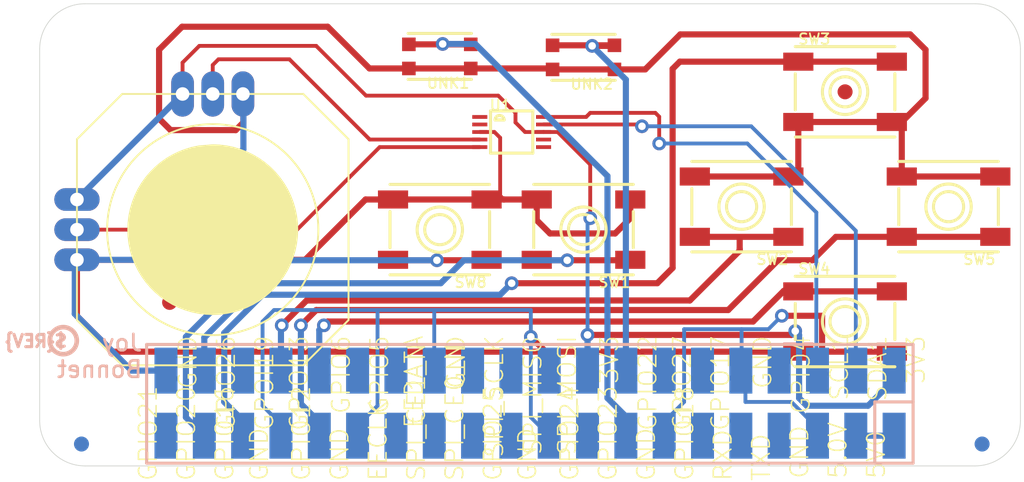
<source format=kicad_pcb>
(kicad_pcb (version 20221018) (generator pcbnew)
  (layers (0 "F.Cu" signal) (31 "B.Cu" signal) (34 "B.Paste" user) (35 "F.Paste" user) (36 "B.SilkS" user "B.Silkscreen") (37 "F.SilkS" user "F.Silkscreen") (38 "B.Mask" user) (39 "F.Mask" user) (44 "Edge.Cuts" user))
  (net 0 "")
  (net 1 "SDA")
  (net 2 "SCL")
  (net 3 "GPIO4")
  (net 4 "GPIO17")
  (net 5 "GPIO27")
  (net 6 "SPI_MOSI")
  (net 7 "SPI_MISO")
  (net 8 "SPI_SCLK")
  (net 9 "GPIO5")
  (net 10 "3.3V")
  (net 11 "GND")
  (net 12 "TXD")
  (net 13 "RXD")
  (net 14 "GPIO24")
  (net 15 "GPIO25")
  (net 16 "SPI_CE0")
  (net 17 "SPI_CE1")
  (net 18 "EECLK")
  (net 19 "EEDATA")
  (net 20 "+5V")
  (net 21 "BCLK")
  (net 22 "LRCLK")
  (net 23 "DIN")
  (net 24 "JOYVERT")
  (net 25 "A")
  (net 26 "Y")
  (net 27 "X")
  (net 28 "B")
  (net 29 "SELECT")
  (net 30 "START")
  (net 31 "PLAYER1")
  (net 32 "PLAYER2")
  (net 33 "JOYHORIZ")
  (footprint "working:MSOP10" (layer "F.Cu") (at 147.2826 98.1824 -90)
    (fp_text reference "U1" (at -1.778 1.524) (layer "F.SilkS") (effects (font (size 0.692831 0.692831) (thickness 0.119969)) (justify left)))
    (fp_text value "ADS1015")
    (fp_line (start -1.4 -1.4) (end 1.4 -1.4) (stroke (width 0.2032)) (layer "F.SilkS"))
    (fp_line (start -1.4 1.4) (end -1.4 -1.4) (stroke (width 0.2032)) (layer "F.SilkS"))
    (fp_line (start -0.8 0.5) (end -0.8 1.1) (stroke (width 0.2032)) (layer "F.SilkS"))
    (fp_line (start 1.4 -1.4) (end 1.4 1.4) (stroke (width 0.2032)) (layer "F.SilkS"))
    (fp_line (start 1.4 1.4) (end -1.4 1.4) (stroke (width 0.2032)) (layer "F.SilkS"))
    (fp_arc (start -0.8 1.1) (mid -1.1 0.8) (end -0.8 0.5) (stroke (width 0.2032)) (layer "F.SilkS"))
    (pad "1" smd rect (at -1 2.1131 270) (size 0.25 1) (layers "F.Cu" "F.Paste" "F.Mask"))
    (pad "2" smd rect (at -0.5 2.1131 270) (size 0.25 1) (layers "F.Cu" "F.Paste" "F.Mask"))
    (pad "3" smd rect (at 0 2.1131 270) (size 0.25 1) (layers "F.Cu" "F.Paste" "F.Mask") (net 11 "GND"))
    (pad "4" smd rect (at 0.5 2.1131 270) (size 0.25 1) (layers "F.Cu" "F.Paste" "F.Mask") (net 33 "JOYHORIZ"))
    (pad "5" smd rect (at 1 2.1131 270) (size 0.25 1) (layers "F.Cu" "F.Paste" "F.Mask") (net 24 "JOYVERT"))
    (pad "6" smd rect (at 1 -2.1131 90) (size 0.25 1) (layers "F.Cu" "F.Paste" "F.Mask"))
    (pad "7" smd rect (at 0.5 -2.1131 90) (size 0.25 1) (layers "F.Cu" "F.Paste" "F.Mask"))
    (pad "8" smd rect (at 0 -2.1131 90) (size 0.25 1) (layers "F.Cu" "F.Paste" "F.Mask") (net 10 "3.3V"))
    (pad "9" smd rect (at -0.5 -2.1131 90) (size 0.25 1) (layers "F.Cu" "F.Paste" "F.Mask") (net 1 "SDA"))
    (pad "10" smd rect (at -1 -2.1131 90) (size 0.25 1) (layers "F.Cu" "F.Paste" "F.Mask") (net 2 "SCL"))
  )
  (footprint "working:FIDUCIAL_1MM" (layer "F.Cu") (at 124.6131 109.4854)
    (fp_text reference "FID3" hide)
    (fp_text value "FIDUCIAL_1MM" hide)
    (pad "1" smd roundrect (at 0 0) (size 1 1) (layers "F.Cu" "F.Mask") (roundrect_rratio 0.5))
  )
  (footprint "working:EVQ-Q2_SMALLER" (layer "F.Cu") (at 152.0451 104.6594 180)
    (fp_text reference "SW1" (at -3.175 -3.5) (layer "F.SilkS") (effects (font (size 0.692831 0.692831) (thickness 0.119969)) (justify right)))
    (fp_text value "EVQQ")
    (fp_line (start -3.3 -3) (end 3.3 -3) (stroke (width 0.2032)) (layer "F.SilkS"))
    (fp_line (start -3.3 1.2) (end -3.3 -1.2) (stroke (width 0.2032)) (layer "F.SilkS"))
    (fp_line (start 3.3 -1.2) (end 3.3 1.2) (stroke (width 0.2032)) (layer "F.SilkS"))
    (fp_line (start 3.3 3) (end -3.3 3) (stroke (width 0.2032)) (layer "F.SilkS"))
    (fp_circle (center 0 0) (end 1 0) (stroke (width 0.2032)) (fill none) (layer "F.SilkS"))
    (fp_circle (center 0 0) (end 1.5033 0) (stroke (width 0.2032)) (fill none) (layer "F.SilkS"))
    (pad "A" smd rect (at -3.1 2 180) (size 2 1.2) (layers "F.Cu" "F.Paste" "F.Mask") (net 11 "GND"))
    (pad "A'" smd rect (at 3.1 2 180) (size 2 1.2) (layers "F.Cu" "F.Paste" "F.Mask") (net 11 "GND"))
    (pad "B" smd rect (at -3.1 -2 180) (size 2 1.2) (layers "F.Cu" "F.Paste" "F.Mask") (net 30 "START"))
    (pad "B'" smd rect (at 3.1 -2 180) (size 2 1.2) (layers "F.Cu" "F.Paste" "F.Mask") (net 30 "START"))
  )
  (footprint "working:EVQ-Q2_SMALLER" (layer "F.Cu") (at 142.5201 104.6594 180)
    (fp_text reference "SW8" (at -3.175 -3.5) (layer "F.SilkS") (effects (font (size 0.692831 0.692831) (thickness 0.119969)) (justify right)))
    (fp_text value "EVQQ")
    (fp_line (start -3.3 -3) (end 3.3 -3) (stroke (width 0.2032)) (layer "F.SilkS"))
    (fp_line (start -3.3 1.2) (end -3.3 -1.2) (stroke (width 0.2032)) (layer "F.SilkS"))
    (fp_line (start 3.3 -1.2) (end 3.3 1.2) (stroke (width 0.2032)) (layer "F.SilkS"))
    (fp_line (start 3.3 3) (end -3.3 3) (stroke (width 0.2032)) (layer "F.SilkS"))
    (fp_circle (center 0 0) (end 1 0) (stroke (width 0.2032)) (fill none) (layer "F.SilkS"))
    (fp_circle (center 0 0) (end 1.5033 0) (stroke (width 0.2032)) (fill none) (layer "F.SilkS"))
    (pad "A" smd rect (at -3.1 2 180) (size 2 1.2) (layers "F.Cu" "F.Paste" "F.Mask") (net 11 "GND"))
    (pad "A'" smd rect (at 3.1 2 180) (size 2 1.2) (layers "F.Cu" "F.Paste" "F.Mask") (net 11 "GND"))
    (pad "B" smd rect (at -3.1 -2 180) (size 2 1.2) (layers "F.Cu" "F.Paste" "F.Mask") (net 29 "SELECT"))
    (pad "B'" smd rect (at 3.1 -2 180) (size 2 1.2) (layers "F.Cu" "F.Paste" "F.Mask") (net 29 "SELECT"))
  )
  (footprint "working:EVQ-Q2_SMALLER" (layer "F.Cu") (at 176.2386 103.1354 180)
    (fp_text reference "SW5" (at -3.175 -3.5) (layer "F.SilkS") (effects (font (size 0.692831 0.692831) (thickness 0.119969)) (justify right)))
    (fp_text value "EVQQ")
    (fp_line (start -3.3 -3) (end 3.3 -3) (stroke (width 0.2032)) (layer "F.SilkS"))
    (fp_line (start -3.3 1.2) (end -3.3 -1.2) (stroke (width 0.2032)) (layer "F.SilkS"))
    (fp_line (start 3.3 -1.2) (end 3.3 1.2) (stroke (width 0.2032)) (layer "F.SilkS"))
    (fp_line (start 3.3 3) (end -3.3 3) (stroke (width 0.2032)) (layer "F.SilkS"))
    (fp_circle (center 0 0) (end 1 0) (stroke (width 0.2032)) (fill none) (layer "F.SilkS"))
    (fp_circle (center 0 0) (end 1.5033 0) (stroke (width 0.2032)) (fill none) (layer "F.SilkS"))
    (pad "A" smd rect (at -3.1 2 180) (size 2 1.2) (layers "F.Cu" "F.Paste" "F.Mask") (net 11 "GND"))
    (pad "A'" smd rect (at 3.1 2 180) (size 2 1.2) (layers "F.Cu" "F.Paste" "F.Mask") (net 11 "GND"))
    (pad "B" smd rect (at -3.1 -2 180) (size 2 1.2) (layers "F.Cu" "F.Paste" "F.Mask") (net 25 "A"))
    (pad "B'" smd rect (at 3.1 -2 180) (size 2 1.2) (layers "F.Cu" "F.Paste" "F.Mask") (net 25 "A"))
  )
  (footprint "working:PI_BONNET_SMT" (layer "F.Cu") (at 181.0011 89.6734 180)
    (fp_text reference "RPI1" hide)
    (fp_text value "RASPBERRYPI_BPLUS_BONNETSMT" hide)
    (fp_text user "SPI_CE1_N" (at 39.3576 -31.7378 270) (layer "F.SilkS") (effects (font (size 1.1684 1.1684) (thickness 0.1016)) (justify left bottom)))
    (fp_text user "EEDATA" (at 40.8816 -21.9334 270) (layer "F.SilkS") (effects (font (size 1.1684 1.1684) (thickness 0.1016)) (justify right top)))
    (fp_text user "GND" (at 49.7716 -31.7378 270) (layer "F.SilkS") (effects (font (size 1.1684 1.1684) (thickness 0.1016)) (justify left bottom)))
    (fp_text user "GPIO25" (at 34.2776 -31.7378 270) (layer "F.SilkS") (effects (font (size 1.1684 1.1684) (thickness 0.1016)) (justify left bottom)))
    (fp_text user "GND" (at 55.8676 -21.9334 270) (layer "F.SilkS") (effects (font (size 1.1684 1.1684) (thickness 0.1016)) (justify right top)))
    (fp_text user "GPIO17" (at 20.5616 -21.9334 270) (layer "F.SilkS") (effects (font (size 1.1684 1.1684) (thickness 0.1016)) (justify right top)))
    (fp_text user "SPI_MOSI" (at 30.7216 -21.9334 270) (layer "F.SilkS") (effects (font (size 1.1684 1.1684) (thickness 0.1016)) (justify right top)))
    (fp_text user "GPIO23" (at 26.6576 -31.7378 270) (layer "F.SilkS") (effects (font (size 1.1684 1.1684) (thickness 0.1016)) (justify left bottom)))
    (fp_text user "3V3" (at 27.9276 -21.9334 270) (layer "F.SilkS") (effects (font (size 1.1684 1.1684) (thickness 0.1016)) (justify right top)))
    (fp_text user "SCL1" (at 12.6876 -21.9334 270) (layer "F.SilkS") (effects (font (size 1.1684 1.1684) (thickness 0.1016)) (justify right top)))
    (fp_text user "GND" (at 44.4376 -31.7378 270) (layer "F.SilkS") (effects (font (size 1.1684 1.1684) (thickness 0.1016)) (justify left bottom)))
    (fp_text user "GPIO26" (at 53.3276 -21.9334 270) (layer "F.SilkS") (effects (font (size 1.1684 1.1684) (thickness 0.1016)) (justify right top)))
    (fp_text user "GND" (at 13.9576 -31.5854 270) (layer "F.SilkS") (effects (font (size 1.1684 1.1684) (thickness 0.1016)) (justify left bottom)))
    (fp_text user "GPIO21" (at 57.1376 -31.7378 270) (layer "F.SilkS") (effects (font (size 1.1684 1.1684) (thickness 0.1016)) (justify left bottom)))
    (fp_text user "GPIO13" (at 48.5016 -21.9334 270) (layer "F.SilkS") (effects (font (size 1.1684 1.1684) (thickness 0.1016)) (justify right top)))
    (fp_text user "3V3" (at 7.6076 -21.9334 270) (layer "F.SilkS") (effects (font (size 1.1684 1.1684) (thickness 0.1016)) (justify right top)))
    (fp_text user "GPIO4" (at 15.2276 -21.9334 270) (layer "F.SilkS") (effects (font (size 1.1684 1.1684) (thickness 0.1016)) (justify right top)))
    (fp_text user "GPIO12" (at 46.9776 -31.7378 270) (layer "F.SilkS") (effects (font (size 1.1684 1.1684) (thickness 0.1016)) (justify left bottom)))
    (fp_text user "GPIO20" (at 54.5976 -31.7378 270) (layer "F.SilkS") (effects (font (size 1.1684 1.1684) (thickness 0.1016)) (justify left bottom)))
    (fp_text user "EECLK" (at 41.8976 -31.7378 270) (layer "F.SilkS") (effects (font (size 1.1684 1.1684) (thickness 0.1016)) (justify left bottom)))
    (fp_text user "GPIO27" (at 23.1016 -21.9334 270) (layer "F.SilkS") (effects (font (size 1.1684 1.1684) (thickness 0.1016)) (justify right top)))
    (fp_text user "GPOI19" (at 50.7876 -21.9334 270) (layer "F.SilkS") (effects (font (size 1.1684 1.1684) (thickness 0.1016)) (justify right top)))
    (fp_text user "SPI_CE0_N" (at 36.8176 -31.7378 270) (layer "F.SilkS") (effects (font (size 1.1684 1.1684) (thickness 0.1016)) (justify left bottom)))
    (fp_text user "TXD" (at 16.4976 -31.7378 270) (layer "F.SilkS") (effects (font (size 1.1684 1.1684) (thickness 0.1016)) (justify left bottom)))
    (fp_text user "GPIO5" (at 43.1676 -21.9334 270) (layer "F.SilkS") (effects (font (size 1.1684 1.1684) (thickness 0.1016)) (justify right top)))
    (fp_text user "GND" (at 24.1176 -31.7378 270) (layer "F.SilkS") (effects (font (size 1.1684 1.1684) (thickness 0.1016)) (justify left bottom)))
    (fp_text user "5V0" (at 8.8776 -31.5854 270) (layer "F.SilkS") (effects (font (size 1.1684 1.1684) (thickness 0.1016)) (justify left bottom)))
    (fp_text user "GND" (at 31.9916 -31.7378 270) (layer "F.SilkS") (effects (font (size 1.1684 1.1684) (thickness 0.1016)) (justify left bottom)))
    (fp_text user "GND" (at 17.7676 -21.9334 270) (layer "F.SilkS") (effects (font (size 1.1684 1.1684) (thickness 0.1016)) (justify right top)))
    (fp_text user "GPIO16" (at 52.0576 -31.7378 270) (layer "F.SilkS") (effects (font (size 1.1684 1.1684) (thickness 0.1016)) (justify left bottom)))
    (fp_text user "GPIO24" (at 29.1976 -31.7378 270) (layer "F.SilkS") (effects (font (size 1.1684 1.1684) (thickness 0.1016)) (justify left bottom)))
    (fp_text user "SDA1" (at 10.1476 -21.9334 270) (layer "F.SilkS") (effects (font (size 1.1684 1.1684) (thickness 0.1016)) (justify right top)))
    (fp_text user "GPIO22" (at 25.3876 -21.9334 270) (layer "F.SilkS") (effects (font (size 1.1684 1.1684) (thickness 0.1016)) (justify right top)))
    (fp_text user "GPIO6" (at 45.7076 -21.9334 270) (layer "F.SilkS") (effects (font (size 1.1684 1.1684) (thickness 0.1016)) (justify right top)))
    (fp_text user "SPI_SCLK" (at 35.5476 -21.9334 270) (layer "F.SilkS") (effects (font (size 1.1684 1.1684) (thickness 0.1016)) (justify right top)))
    (fp_text user "RXD" (at 19.0376 -31.7378 270) (layer "F.SilkS") (effects (font (size 1.1684 1.1684) (thickness 0.1016)) (justify left bottom)))
    (fp_text user "SPI_MISO" (at 33.0076 -21.9334 270) (layer "F.SilkS") (effects (font (size 1.1684 1.1684) (thickness 0.1016)) (justify right top)))
    (fp_text user "5.0V" (at 11.4176 -31.5854 270) (layer "F.SilkS") (effects (font (size 1.1684 1.1684) (thickness 0.1016)) (justify left bottom)))
    (fp_text user "GND" (at 38.0876 -21.9334 270) (layer "F.SilkS") (effects (font (size 1.1684 1.1684) (thickness 0.1016)) (justify right top)))
    (fp_text user "GPIO18" (at 21.5776 -31.7378 270) (layer "F.SilkS") (effects (font (size 1.1684 1.1684) (thickness 0.1016)) (justify left bottom)))
    (fp_line (start 7.112 -30.48) (end 7.112 -26.416) (stroke (width 0.2032)) (layer "B.SilkS"))
    (fp_line (start 7.112 -26.416) (end 7.112 -22.606) (stroke (width 0.2032)) (layer "B.SilkS"))
    (fp_line (start 7.112 -26.416) (end 9.652 -26.416) (stroke (width 0.2032)) (layer "B.SilkS"))
    (fp_line (start 7.112 -22.606) (end 57.912 -22.606) (stroke (width 0.2032)) (layer "B.SilkS"))
    (fp_line (start 9.652 -30.48) (end 7.112 -30.48) (stroke (width 0.2032)) (layer "B.SilkS"))
    (fp_line (start 9.652 -26.416) (end 9.652 -30.48) (stroke (width 0.2032)) (layer "B.SilkS"))
    (fp_line (start 57.912 -30.48) (end 9.652 -30.48) (stroke (width 0.2032)) (layer "B.SilkS"))
    (fp_line (start 57.912 -22.606) (end 57.912 -30.48) (stroke (width 0.2032)) (layer "B.SilkS"))
    (fp_line (start 0 -27.6604) (end 0 -3) (stroke (width 0.05)) (layer "Edge.Cuts"))
    (fp_line (start 3 0) (end 62 0) (stroke (width 0.05)) (layer "Edge.Cuts"))
    (fp_line (start 62 -30.6604) (end 3 -30.6604) (stroke (width 0.05)) (layer "Edge.Cuts"))
    (fp_line (start 65 -3) (end 65 -27.6604) (stroke (width 0.05)) (layer "Edge.Cuts"))
    (fp_arc (start 0 -27.6604) (mid 0.87868 -29.78172) (end 3 -30.6604) (stroke (width 0.05)) (layer "Edge.Cuts"))
    (fp_arc (start 3 0) (mid 0.87868 -0.87868) (end 0 -3) (stroke (width 0.05)) (layer "Edge.Cuts"))
    (fp_arc (start 62 -30.6604) (mid 64.12132 -29.78172) (end 65 -27.6604) (stroke (width 0.05)) (layer "Edge.Cuts"))
    (fp_arc (start 65 -3) (mid 64.12132 -0.87868) (end 62 0) (stroke (width 0.05)) (layer "Edge.Cuts"))
    (pad "" np_thru_hole circle (at 3.5 -26.5 180) (size 2.8 2.8) (drill 2.8) (layers "*.Cu" "*.Mask"))
    (pad "" np_thru_hole circle (at 3.5 -3.5 180) (size 2.8 2.8) (drill 2.8) (layers "*.Cu" "*.Mask"))
    (pad "" np_thru_hole circle (at 61.5 -26.5 180) (size 2.8 2.8) (drill 2.8) (layers "*.Cu" "*.Mask"))
    (pad "" np_thru_hole circle (at 61.5 -3.5 180) (size 2.8 2.8) (drill 2.8) (layers "*.Cu" "*.Mask"))
    (pad "1" smd rect (at 8.3696 -24.3394 90) (size 3.048 1.524) (layers "B.Cu" "B.Paste" "B.Mask") (net 10 "3.3V"))
    (pad "2" smd rect (at 8.3696 -28.6574 90) (size 3.048 1.524) (layers "B.Cu" "B.Paste" "B.Mask") (net 20 "+5V"))
    (pad "3" smd rect (at 10.9096 -24.3394 270) (size 3.048 1.524) (layers "B.Cu" "B.Paste" "B.Mask") (net 1 "SDA"))
    (pad "4" smd rect (at 10.9096 -28.6574 90) (size 3.048 1.524) (layers "B.Cu" "B.Paste" "B.Mask") (net 20 "+5V"))
    (pad "5" smd rect (at 13.4496 -24.3394 270) (size 3.048 1.524) (layers "B.Cu" "B.Paste" "B.Mask") (net 2 "SCL"))
    (pad "6" smd rect (at 13.4496 -28.6574 90) (size 3.048 1.524) (layers "B.Cu" "B.Paste" "B.Mask") (net 11 "GND"))
    (pad "7" smd rect (at 15.9896 -24.3394 270) (size 3.048 1.524) (layers "B.Cu" "B.Paste" "B.Mask") (net 3 "GPIO4"))
    (pad "8" smd rect (at 15.9896 -28.6574 90) (size 3.048 1.524) (layers "B.Cu" "B.Paste" "B.Mask") (net 12 "TXD"))
    (pad "9" smd rect (at 18.5296 -24.3394 270) (size 3.048 1.524) (layers "B.Cu" "B.Paste" "B.Mask") (net 11 "GND"))
    (pad "10" smd rect (at 18.5296 -28.6574 90) (size 3.048 1.524) (layers "B.Cu" "B.Paste" "B.Mask") (net 13 "RXD"))
    (pad "11" smd rect (at 21.0696 -24.3394 270) (size 3.048 1.524) (layers "B.Cu" "B.Paste" "B.Mask") (net 4 "GPIO17"))
    (pad "12" smd rect (at 21.0696 -28.6574 90) (size 3.048 1.524) (layers "B.Cu" "B.Paste" "B.Mask") (net 21 "BCLK"))
    (pad "13" smd rect (at 23.6096 -24.3394 270) (size 3.048 1.524) (layers "B.Cu" "B.Paste" "B.Mask") (net 5 "GPIO27"))
    (pad "14" smd rect (at 23.6096 -28.6574 90) (size 3.048 1.524) (layers "B.Cu" "B.Paste" "B.Mask") (net 11 "GND"))
    (pad "15" smd rect (at 26.1496 -24.3394 270) (size 3.048 1.524) (layers "B.Cu" "B.Paste" "B.Mask") (net 31 "PLAYER1"))
    (pad "16" smd rect (at 26.1496 -28.6574 90) (size 3.048 1.524) (layers "B.Cu" "B.Paste" "B.Mask") (net 32 "PLAYER2"))
    (pad "17" smd rect (at 28.6896 -24.3394 270) (size 3.048 1.524) (layers "B.Cu" "B.Paste" "B.Mask") (net 10 "3.3V"))
    (pad "18" smd rect (at 28.6896 -28.6574 90) (size 3.048 1.524) (layers "B.Cu" "B.Paste" "B.Mask") (net 14 "GPIO24"))
    (pad "19" smd rect (at 31.2296 -24.3394 270) (size 3.048 1.524) (layers "B.Cu" "B.Paste" "B.Mask") (net 6 "SPI_MOSI"))
    (pad "20" smd rect (at 31.2296 -28.6574 90) (size 3.048 1.524) (layers "B.Cu" "B.Paste" "B.Mask") (net 11 "GND"))
    (pad "21" smd rect (at 33.7696 -24.3394 270) (size 3.048 1.524) (layers "B.Cu" "B.Paste" "B.Mask") (net 7 "SPI_MISO"))
    (pad "22" smd rect (at 33.7696 -28.6574 90) (size 3.048 1.524) (layers "B.Cu" "B.Paste" "B.Mask") (net 15 "GPIO25"))
    (pad "23" smd rect (at 36.3096 -24.3394 270) (size 3.048 1.524) (layers "B.Cu" "B.Paste" "B.Mask") (net 8 "SPI_SCLK"))
    (pad "24" smd rect (at 36.3096 -28.6574 90) (size 3.048 1.524) (layers "B.Cu" "B.Paste" "B.Mask") (net 16 "SPI_CE0"))
    (pad "25" smd rect (at 38.8496 -24.3394 270) (size 3.048 1.524) (layers "B.Cu" "B.Paste" "B.Mask") (net 11 "GND"))
    (pad "26" smd rect (at 38.8496 -28.6574 90) (size 3.048 1.524) (layers "B.Cu" "B.Paste" "B.Mask") (net 17 "SPI_CE1"))
    (pad "27" smd rect (at 41.3896 -24.3394 270) (size 3.048 1.524) (layers "B.Cu" "B.Paste" "B.Mask") (net 19 "EEDATA"))
    (pad "28" smd rect (at 41.3896 -28.6574 90) (size 3.048 1.524) (layers "B.Cu" "B.Paste" "B.Mask") (net 18 "EECLK"))
    (pad "29" smd rect (at 43.9296 -24.3394 270) (size 3.048 1.524) (layers "B.Cu" "B.Paste" "B.Mask") (net 9 "GPIO5"))
    (pad "30" smd rect (at 43.9296 -28.6574 90) (size 3.048 1.524) (layers "B.Cu" "B.Paste" "B.Mask") (net 11 "GND"))
    (pad "31" smd rect (at 46.4696 -24.3394 270) (size 3.048 1.524) (layers "B.Cu" "B.Paste" "B.Mask") (net 28 "B"))
    (pad "32" smd rect (at 46.4696 -28.6574 90) (size 3.048 1.524) (layers "B.Cu" "B.Paste" "B.Mask") (net 25 "A"))
    (pad "33" smd rect (at 49.0096 -24.3394 270) (size 3.048 1.524) (layers "B.Cu" "B.Paste" "B.Mask") (net 26 "Y"))
    (pad "34" smd rect (at 49.0096 -28.6574 90) (size 3.048 1.524) (layers "B.Cu" "B.Paste" "B.Mask") (net 11 "GND"))
    (pad "35" smd rect (at 51.5496 -24.3394 270) (size 3.048 1.524) (layers "B.Cu" "B.Paste" "B.Mask") (net 22 "LRCLK"))
    (pad "36" smd rect (at 51.5496 -28.6574 90) (size 3.048 1.524) (layers "B.Cu" "B.Paste" "B.Mask") (net 27 "X"))
    (pad "37" smd rect (at 54.0896 -24.3394 270) (size 3.048 1.524) (layers "B.Cu" "B.Paste" "B.Mask") (net 30 "START"))
    (pad "38" smd rect (at 54.0896 -28.6574 90) (size 3.048 1.524) (layers "B.Cu" "B.Paste" "B.Mask") (net 29 "SELECT"))
    (pad "39" smd rect (at 56.6296 -24.3394 270) (size 3.048 1.524) (layers "B.Cu" "B.Paste" "B.Mask") (net 11 "GND"))
    (pad "40" smd rect (at 56.6296 -28.6574 90) (size 3.048 1.524) (layers "B.Cu" "B.Paste" "B.Mask") (net 23 "DIN"))
    (pad "41" smd roundrect (at 2.54 -29.21) (size 1 1) (layers "B.Cu" "B.Mask") (roundrect_rratio 0.5))
    (pad "42" smd roundrect (at 62.23 -29.21) (size 1 1) (layers "B.Cu" "B.Mask") (roundrect_rratio 0.5))
  )
  (footprint "working:EVQ-Q2_SMALLER" (layer "F.Cu") (at 169.3806 95.5154)
    (fp_text reference "SW3" (at -3.175 -3.5) (layer "F.SilkS") (effects (font (size 0.692831 0.692831) (thickness 0.119969)) (justify left)))
    (fp_text value "EVQQ")
    (fp_line (start -3.3 -3) (end 3.3 -3) (stroke (width 0.2032)) (layer "F.SilkS"))
    (fp_line (start -3.3 1.2) (end -3.3 -1.2) (stroke (width 0.2032)) (layer "F.SilkS"))
    (fp_line (start 3.3 -1.2) (end 3.3 1.2) (stroke (width 0.2032)) (layer "F.SilkS"))
    (fp_line (start 3.3 3) (end -3.3 3) (stroke (width 0.2032)) (layer "F.SilkS"))
    (fp_circle (center 0 0) (end 1 0) (stroke (width 0.2032)) (fill none) (layer "F.SilkS"))
    (fp_circle (center 0 0) (end 1.5033 0) (stroke (width 0.2032)) (fill none) (layer "F.SilkS"))
    (pad "A" smd rect (at -3.1 2) (size 2 1.2) (layers "F.Cu" "F.Paste" "F.Mask") (net 11 "GND"))
    (pad "A'" smd rect (at 3.1 2) (size 2 1.2) (layers "F.Cu" "F.Paste" "F.Mask") (net 11 "GND"))
    (pad "B" smd rect (at -3.1 -2) (size 2 1.2) (layers "F.Cu" "F.Paste" "F.Mask") (net 27 "X"))
    (pad "B'" smd rect (at 3.1 -2) (size 2 1.2) (layers "F.Cu" "F.Paste" "F.Mask") (net 27 "X"))
  )
  (footprint "working:EVQ-Q2_SMALLER" (layer "F.Cu") (at 169.3806 110.7554)
    (fp_text reference "SW4" (at -3.175 -3.5) (layer "F.SilkS") (effects (font (size 0.692831 0.692831) (thickness 0.119969)) (justify left)))
    (fp_text value "EVQQ")
    (fp_line (start -3.3 -3) (end 3.3 -3) (stroke (width 0.2032)) (layer "F.SilkS"))
    (fp_line (start -3.3 1.2) (end -3.3 -1.2) (stroke (width 0.2032)) (layer "F.SilkS"))
    (fp_line (start 3.3 -1.2) (end 3.3 1.2) (stroke (width 0.2032)) (layer "F.SilkS"))
    (fp_line (start 3.3 3) (end -3.3 3) (stroke (width 0.2032)) (layer "F.SilkS"))
    (fp_circle (center 0 0) (end 1 0) (stroke (width 0.2032)) (fill none) (layer "F.SilkS"))
    (fp_circle (center 0 0) (end 1.5033 0) (stroke (width 0.2032)) (fill none) (layer "F.SilkS"))
    (pad "A" smd rect (at -3.1 2) (size 2 1.2) (layers "F.Cu" "F.Paste" "F.Mask") (net 11 "GND"))
    (pad "A'" smd rect (at 3.1 2) (size 2 1.2) (layers "F.Cu" "F.Paste" "F.Mask") (net 11 "GND"))
    (pad "B" smd rect (at -3.1 -2) (size 2 1.2) (layers "F.Cu" "F.Paste" "F.Mask") (net 28 "B"))
    (pad "B'" smd rect (at 3.1 -2) (size 2 1.2) (layers "F.Cu" "F.Paste" "F.Mask") (net 28 "B"))
  )
  (footprint "working:FIDUCIAL_1MM" (layer "F.Cu") (at 169.3806 95.5154)
    (fp_text reference "FID2" hide)
    (fp_text value "FIDUCIAL_1MM" hide)
    (pad "1" smd roundrect (at 0 0) (size 1 1) (layers "F.Cu" "F.Mask") (roundrect_rratio 0.5))
  )
  (footprint "working:BTN_KMR2_4.6X2.8" (layer "F.Cu") (at 152.0451 93.2294 180)
    (fp_text reference "UNK2" (at -2.032 -1.778) (layer "F.SilkS") (effects (font (size 0.692831 0.692831) (thickness 0.119969)) (justify right)))
    (fp_text value "KMR2")
    (fp_line (start -2.1 -1.5254) (end 2.1 -1.5254) (stroke (width 0.2032)) (layer "F.SilkS"))
    (fp_line (start 2.1 1.5254) (end -2.1 1.5254) (stroke (width 0.2032)) (layer "F.SilkS"))
    (pad "A" smd rect (at 2.05 -0.8 180) (size 0.9 0.9) (layers "F.Cu" "F.Paste" "F.Mask") (net 11 "GND"))
    (pad "A'" smd rect (at -2.05 -0.8 180) (size 0.9 0.9) (layers "F.Cu" "F.Paste" "F.Mask") (net 11 "GND"))
    (pad "B" smd rect (at 2.05 0.8 180) (size 0.9 0.9) (layers "F.Cu" "F.Paste" "F.Mask") (net 31 "PLAYER1"))
    (pad "B'" smd rect (at -2.05 0.8 180) (size 0.9 0.9) (layers "F.Cu" "F.Paste" "F.Mask") (net 31 "PLAYER1"))
  )
  (footprint "working:JOYSTICK_ANALOG_MINITHM" (layer "F.Cu") (at 127.4706 104.6594 90)
    (fp_text reference "JOY1" hide)
    (fp_text value "JOYSTICK_ANALOG_XY" hide)
    (fp_line (start -9 -6) (end -6 -9) (stroke (width 0.127)) (layer "F.SilkS"))
    (fp_line (start -9 6) (end -9 -6) (stroke (width 0.127)) (layer "F.SilkS"))
    (fp_line (start -6 -9) (end 6 -9) (stroke (width 0.127)) (layer "F.SilkS"))
    (fp_line (start -6 9) (end -9 6) (stroke (width 0.127)) (layer "F.SilkS"))
    (fp_line (start 6 -9) (end 9 -6) (stroke (width 0.127)) (layer "F.SilkS"))
    (fp_line (start 6 9) (end -6 9) (stroke (width 0.127)) (layer "F.SilkS"))
    (fp_line (start 9 -6) (end 9 6) (stroke (width 0.127)) (layer "F.SilkS"))
    (fp_line (start 9 6) (end 6 9) (stroke (width 0.127)) (layer "F.SilkS"))
    (fp_circle (center 0 0) (end 7 0) (stroke (width 0.127)) (fill none) (layer "F.SilkS"))
    (fp_poly (pts (xy 0.467692 -5.64421) (xy 0.932191 -5.58631) (xy 1.390321 -5.490251) (xy 1.838953 -5.356688) (xy 2.275024 -5.186532) (xy 2.695554 -4.980947) (xy 3.097671 -4.741338) (xy 3.478627 -4.46934) (xy 3.835821 -4.166812) (xy 4.166812 -3.835821) (xy 4.46934 -3.478627) (xy 4.741338 -3.097671) (xy 4.980947 -2.695554) (xy 5.186532 -2.275024) (xy 5.356688 -1.838953) (xy 5.490251 -1.390321) (xy 5.586581 -0.930903) (xy 5.663609 -0.001315) (xy 5.64421 0.467692) (xy 5.58631 0.932191) (xy 5.490251 1.390321) (xy 5.356688 1.838953) (xy 5.186532 2.275024) (xy 4.980947 2.695554) (xy 4.741338 3.097671) (xy 4.46934 3.478627) (xy 4.166812 3.835821) (xy 3.835821 4.166812) (xy 3.478627 4.46934) (xy 3.097671 4.741338) (xy 2.695554 4.980947) (xy 2.275024 5.186532) (xy 1.838953 5.356688) (xy 1.390321 5.490251) (xy 0.932191 5.58631) (xy 0.467692 5.64421) (xy 0 5.663554) (xy -0.467692 5.64421) (xy -0.932191 5.58631) (xy -1.390321 5.490251) (xy -1.838953 5.356688) (xy -2.275024 5.186532) (xy -2.695554 4.980947) (xy -3.097671 4.741338) (xy -3.478627 4.46934) (xy -3.835821 4.166812) (xy -4.166812 3.835821) (xy -4.46934 3.478627) (xy -4.741338 3.097671) (xy -4.980947 2.695554) (xy -5.186532 2.275024) (xy -5.356688 1.838953) (xy -5.490251 1.390321) (xy -5.58631 0.932191) (xy -5.64421 0.467692) (xy -5.663554 0) (xy -5.64421 -0.467692) (xy -5.58631 -0.932191) (xy -5.490251 -1.390321) (xy -5.356688 -1.838953) (xy -5.186532 -2.275024) (xy -4.980947 -2.695554) (xy -4.741338 -3.097671) (xy -4.46934 -3.478627) (xy -4.166812 -3.835821) (xy -3.835821 -4.166812) (xy -3.478627 -4.46934) (xy -3.097671 -4.741338) (xy -2.695554 -4.980947) (xy -2.275024 -5.186532) (xy -1.838953 -5.356688) (xy -1.390321 -5.490251) (xy -0.932191 -5.58631) (xy -0.467692 -5.64421) (xy 0 -5.663554)) (fill solid) (layer "F.SilkS"))
    (pad "" np_thru_hole circle (at -6 -6 90) (size 1.6 1.6) (drill 1.6) (layers "*.Cu" "*.Mask"))
    (pad "" np_thru_hole circle (at 6 6 90) (size 1.6 1.6) (drill 1.6) (layers "*.Cu" "*.Mask"))
    (pad "X" thru_hole oval (at 0 -9 180) (size 3 1.5) (drill 0.9) (layers "*.Cu" "*.Mask") (net 24 "JOYVERT"))
    (pad "X+" thru_hole oval (at 2 -9 180) (size 3 1.5) (drill 0.9) (layers "*.Cu" "*.Mask") (net 10 "3.3V"))
    (pad "X-" thru_hole oval (at -2 -9 180) (size 3 1.5) (drill 0.9) (layers "*.Cu" "*.Mask") (net 11 "GND"))
    (pad "Y" thru_hole oval (at 9 0 90) (size 3 1.5) (drill 0.9) (layers "*.Cu" "*.Mask") (net 33 "JOYHORIZ"))
    (pad "Y+" thru_hole oval (at 9 -2 90) (size 3 1.5) (drill 0.9) (layers "*.Cu" "*.Mask") (net 10 "3.3V"))
    (pad "Y-" thru_hole oval (at 9 2 90) (size 3 1.5) (drill 0.9) (layers "*.Cu" "*.Mask") (net 11 "GND"))
  )
  (footprint "working:EVQ-Q2_SMALLER" (layer "F.Cu") (at 162.5226 103.1354 180)
    (fp_text reference "SW2" (at -3.175 -3.5) (layer "F.SilkS") (effects (font (size 0.692831 0.692831) (thickness 0.119969)) (justify right)))
    (fp_text value "EVQQ")
    (fp_line (start -3.3 -3) (end 3.3 -3) (stroke (width 0.2032)) (layer "F.SilkS"))
    (fp_line (start -3.3 1.2) (end -3.3 -1.2) (stroke (width 0.2032)) (layer "F.SilkS"))
    (fp_line (start 3.3 -1.2) (end 3.3 1.2) (stroke (width 0.2032)) (layer "F.SilkS"))
    (fp_line (start 3.3 3) (end -3.3 3) (stroke (width 0.2032)) (layer "F.SilkS"))
    (fp_circle (center 0 0) (end 1 0) (stroke (width 0.2032)) (fill none) (layer "F.SilkS"))
    (fp_circle (center 0 0) (end 1.5033 0) (stroke (width 0.2032)) (fill none) (layer "F.SilkS"))
    (pad "A" smd rect (at -3.1 2 180) (size 2 1.2) (layers "F.Cu" "F.Paste" "F.Mask") (net 11 "GND"))
    (pad "A'" smd rect (at 3.1 2 180) (size 2 1.2) (layers "F.Cu" "F.Paste" "F.Mask") (net 11 "GND"))
    (pad "B" smd rect (at -3.1 -2 180) (size 2 1.2) (layers "F.Cu" "F.Paste" "F.Mask") (net 26 "Y"))
    (pad "B'" smd rect (at 3.1 -2 180) (size 2 1.2) (layers "F.Cu" "F.Paste" "F.Mask") (net 26 "Y"))
  )
  (footprint "working:BTN_KMR2_4.6X2.8" (layer "F.Cu") (at 142.5201 93.1659 180)
    (fp_text reference "UNK1" (at -2.032 -1.778) (layer "F.SilkS") (effects (font (size 0.692831 0.692831) (thickness 0.119969)) (justify right)))
    (fp_text value "KMR2")
    (fp_line (start -2.1 -1.5254) (end 2.1 -1.5254) (stroke (width 0.2032)) (layer "F.SilkS"))
    (fp_line (start 2.1 1.5254) (end -2.1 1.5254) (stroke (width 0.2032)) (layer "F.SilkS"))
    (pad "A" smd rect (at 2.05 -0.8 180) (size 0.9 0.9) (layers "F.Cu" "F.Paste" "F.Mask") (net 11 "GND"))
    (pad "A'" smd rect (at -2.05 -0.8 180) (size 0.9 0.9) (layers "F.Cu" "F.Paste" "F.Mask") (net 11 "GND"))
    (pad "B" smd rect (at 2.05 0.8 180) (size 0.9 0.9) (layers "F.Cu" "F.Paste" "F.Mask") (net 32 "PLAYER2"))
    (pad "B'" smd rect (at -2.05 0.8 180) (size 0.9 0.9) (layers "F.Cu" "F.Paste" "F.Mask") (net 32 "PLAYER2"))
  )
  (footprint "working:PCBFEAT-REV-040" (layer "B.Cu") (at 117.5646 112.0254 180)
    (fp_text reference "U$7" hide)
    (fp_text value "" hide)
    (fp_text user "${REV}" (at -0.3556 -0.508) (layer "B.SilkS") (effects (font (size 0.8128 0.8128) (thickness 0.2032)) (justify left bottom mirror)))
    (fp_circle (center 0 0) (end 0.898 0) (stroke (width 0.3048)) (fill none) (layer "B.SilkS"))
  )
  (gr_text "Joy\nBonnet" (at 122.8986 114.5654) (layer "B.SilkS") (effects (font (size 1.0922 1.0922) (thickness 0.1778)) (justify left bottom mirror)))
  (segment (start 155.7996 97.6824) (end 149.3957 97.6824) (width 0.254) (layer "F.Cu") (net 1))
  (segment (start 155.9186 97.8014) (end 155.7996 97.6824) (width 0.254) (layer "F.Cu") (net 1))
  (via (at 155.9186 97.8014) (size 0.9064) (drill 0.5) (layers "F.Cu" "B.Cu") (net 1))
  (segment (start 170.0915 114.0128) (end 170.0915 104.7353) (width 0.254) (layer "B.Cu") (net 1))
  (segment (start 163.1576 97.8014) (end 155.9186 97.8014) (width 0.254) (layer "B.Cu") (net 1))
  (segment (start 170.0915 104.7353) (end 163.1576 97.8014) (width 0.254) (layer "B.Cu") (net 1))
  (segment (start 149.3957 97.1824) (end 152.2196 97.1824) (width 0.254) (layer "F.Cu") (net 2))
  (segment (start 152.4896 96.9124) (end 156.8076 96.9124) (width 0.254) (layer "F.Cu") (net 2))
  (segment (start 156.8076 96.9124) (end 157.0616 97.1664) (width 0.254) (layer "F.Cu") (net 2))
  (segment (start 152.2196 97.1824) (end 152.4896 96.9124) (width 0.254) (layer "F.Cu") (net 2))
  (segment (start 157.0616 97.1664) (end 157.0616 98.9444) (width 0.254) (layer "F.Cu") (net 2))
  (via (at 157.0616 98.9444) (size 0.9064) (drill 0.5) (layers "F.Cu" "B.Cu") (net 2))
  (segment (start 167.4756 113.9369) (end 167.5515 114.0128) (width 0.254) (layer "B.Cu") (net 2))
  (segment (start 167.4756 103.5164) (end 167.4756 113.9369) (width 0.254) (layer "B.Cu") (net 2))
  (segment (start 162.9036 98.9444) (end 167.4756 103.5164) (width 0.254) (layer "B.Cu") (net 2))
  (segment (start 157.0616 98.9444) (end 162.9036 98.9444) (width 0.254) (layer "B.Cu") (net 2))
  (segment (start 134.3286 92.4674) (end 137.6306 95.7694) (width 0.254) (layer "F.Cu") (net 10))
  (segment (start 147.5366 96.9124) (end 147.5366 97.5474) (width 0.254) (layer "F.Cu") (net 10))
  (segment (start 148.1716 98.1824) (end 149.3957 98.1824) (width 0.254) (layer "F.Cu") (net 10))
  (segment (start 126.5816 92.4674) (end 134.3286 92.4674) (width 0.254) (layer "F.Cu") (net 10))
  (segment (start 150.3306 98.1824) (end 152.4896 100.3414) (width 0.254) (layer "F.Cu") (net 10))
  (segment (start 165.8246 111.6444) (end 152.3115 111.6444) (width 0.4064) (layer "F.Cu") (net 10))
  (segment (start 125.4706 93.5784) (end 126.5816 92.4674) (width 0.254) (layer "F.Cu") (net 10))
  (segment (start 146.3936 95.7694) (end 147.5366 96.9124) (width 0.254) (layer "F.Cu") (net 10))
  (segment (start 137.6306 95.7694) (end 146.3936 95.7694) (width 0.254) (layer "F.Cu") (net 10))
  (segment (start 149.3957 98.1824) (end 150.3306 98.1824) (width 0.254) (layer "F.Cu") (net 10))
  (segment (start 125.4706 95.6594) (end 125.4706 93.5784) (width 0.254) (layer "F.Cu") (net 10))
  (segment (start 152.4896 100.3414) (end 152.4896 103.8974) (width 0.254) (layer "F.Cu") (net 10))
  (segment (start 166.0786 111.3904) (end 165.8246 111.6444) (width 0.4064) (layer "F.Cu") (net 10))
  (segment (start 147.5366 97.5474) (end 148.1716 98.1824) (width 0.254) (layer "F.Cu") (net 10))
  (via (at 166.0786 111.3904) (size 0.9064) (drill 0.5) (layers "F.Cu" "B.Cu") (net 10))
  (via (at 152.3115 111.6444) (size 0.9064) (drill 0.5) (layers "F.Cu" "B.Cu") (net 10))
  (via (at 152.4896 103.8974) (size 0.9064) (drill 0.5) (layers "F.Cu" "B.Cu") (net 10))
  (segment (start 118.4706 102.6594) (end 125.4706 95.6594) (width 0.4064) (layer "B.Cu") (net 10))
  (segment (start 172.6315 114.0128) (end 172.6315 114.6165) (width 0.4064) (layer "B.Cu") (net 10))
  (segment (start 166.8406 116.3434) (end 166.3326 115.8354) (width 0.4064) (layer "B.Cu") (net 10))
  (segment (start 152.3115 104.0755) (end 152.3115 111.6444) (width 0.254) (layer "B.Cu") (net 10))
  (segment (start 166.3326 111.6444) (end 166.0786 111.3904) (width 0.4064) (layer "B.Cu") (net 10))
  (segment (start 152.4896 103.8974) (end 152.3115 104.0755) (width 0.254) (layer "B.Cu") (net 10))
  (segment (start 152.3115 113.4224) (end 152.3115 114.0128) (width 0.254) (layer "B.Cu") (net 10))
  (segment (start 152.3115 111.6444) (end 152.3115 113.4224) (width 0.4064) (layer "B.Cu") (net 10))
  (segment (start 172.6315 114.6165) (end 170.9046 116.3434) (width 0.4064) (layer "B.Cu") (net 10))
  (segment (start 170.9046 116.3434) (end 166.8406 116.3434) (width 0.4064) (layer "B.Cu") (net 10))
  (segment (start 166.3326 115.8354) (end 166.3326 111.6444) (width 0.4064) (layer "B.Cu") (net 10))
  (segment (start 149.8681 93.9659) (end 149.9951 94.0294) (width 0.4064) (layer "F.Cu") (net 11))
  (segment (start 144.5701 93.9659) (end 149.8681 93.9659) (width 0.4064) (layer "F.Cu") (net 11))
  (segment (start 133.5986 106.6594) (end 118.4706 106.6594) (width 0.4064) (layer "F.Cu") (net 11))
  (segment (start 146.5206 102.4054) (end 146.7746 102.6594) (width 0.254) (layer "F.Cu") (net 11))
  (segment (start 154.1406 104.9134) (end 155.1451 103.9089) (width 0.4064) (layer "F.Cu") (net 11))
  (segment (start 120.8346 112.7554) (end 118.4706 110.3914) (width 0.4064) (layer "F.Cu") (net 11))
  (segment (start 165.1896 110.3744) (end 167.8566 110.3744) (width 0.4064) (layer "F.Cu") (net 11))
  (segment (start 174.7146 92.7214) (end 174.7146 95.9394) (width 0.4064) (layer "F.Cu") (net 11))
  (segment (start 173.1386 97.5154) (end 173.1386 101.1354) (width 0.4064) (layer "F.Cu") (net 11))
  (segment (start 166.2806 112.7554) (end 167.8566 112.7554) (width 0.4064) (layer "F.Cu") (net 11))
  (segment (start 148.9451 104.0359) (end 149.8226 104.9134) (width 0.4064) (layer "F.Cu") (net 11))
  (segment (start 149.8226 104.9134) (end 154.1406 104.9134) (width 0.4064) (layer "F.Cu") (net 11))
  (segment (start 123.9146 97.2934) (end 124.6766 98.0554) (width 0.4064) (layer "F.Cu") (net 11))
  (segment (start 166.2806 112.7554) (end 149.5366 112.7554) (width 0.4064) (layer "F.Cu") (net 11))
  (segment (start 154.0951 94.0294) (end 156.1346 94.0294) (width 0.4064) (layer "F.Cu") (net 11))
  (segment (start 129.5026 97.5474) (end 129.5026 95.6914) (width 0.4064) (layer "F.Cu") (net 11))
  (segment (start 167.8566 112.7554) (end 172.4806 112.7554) (width 0.4064) (layer "F.Cu") (net 11))
  (segment (start 149.5366 112.7554) (end 148.5526 111.7714) (width 0.4064) (layer "F.Cu") (net 11))
  (segment (start 149.9951 94.0294) (end 154.0951 94.0294) (width 0.4064) (layer "F.Cu") (net 11))
  (segment (start 145.6201 102.6594) (end 139.4201 102.6594) (width 0.4064) (layer "F.Cu") (net 11))
  (segment (start 140.4701 93.9659) (end 137.8591 93.9659) (width 0.4064) (layer "F.Cu") (net 11))
  (segment (start 145.1695 98.1824) (end 146.1396 98.1824) (width 0.254) (layer "F.Cu") (net 11))
  (segment (start 148.9451 102.6594) (end 146.7746 102.6594) (width 0.4064) (layer "F.Cu") (net 11))
  (segment (start 146.1396 98.1824) (end 146.5206 98.5634) (width 0.254) (layer "F.Cu") (net 11))
  (segment (start 140.4701 93.9659) (end 144.5701 93.9659) (width 0.4064) (layer "F.Cu") (net 11))
  (segment (start 139.4201 102.6594) (end 137.5986 102.6594) (width 0.4064) (layer "F.Cu") (net 11))
  (segment (start 125.4386 91.1974) (end 123.9146 92.7214) (width 0.4064) (layer "F.Cu") (net 11))
  (segment (start 173.6986 91.7054) (end 174.7146 92.7214) (width 0.4064) (layer "F.Cu") (net 11))
  (segment (start 172.4806 97.5154) (end 173.1386 97.5154) (width 0.4064) (layer "F.Cu") (net 11))
  (segment (start 137.5986 102.6594) (end 133.5986 106.6594) (width 0.4064) (layer "F.Cu") (net 11))
  (segment (start 156.1346 94.0294) (end 158.4586 91.7054) (width 0.4064) (layer "F.Cu") (net 11))
  (segment (start 124.6766 98.0554) (end 128.9946 98.0554) (width 0.4064) (layer "F.Cu") (net 11))
  (segment (start 118.4706 110.3914) (end 118.4706 106.6594) (width 0.4064) (layer "F.Cu") (net 11))
  (segment (start 135.0906 91.1974) (end 125.4386 91.1974) (width 0.4064) (layer "F.Cu") (net 11))
  (segment (start 167.8566 110.3744) (end 167.8566 112.7554) (width 0.4064) (layer "F.Cu") (net 11))
  (segment (start 165.6226 101.1354) (end 166.2806 101.1354) (width 0.4064) (layer "F.Cu") (net 11))
  (segment (start 155.1451 103.9089) (end 155.1451 102.6594) (width 0.4064) (layer "F.Cu") (net 11))
  (segment (start 123.9146 92.7214) (end 123.9146 97.2934) (width 0.4064) (layer "F.Cu") (net 11))
  (segment (start 158.4586 91.7054) (end 173.6986 91.7054) (width 0.4064) (layer "F.Cu") (net 11))
  (segment (start 166.2806 97.5154) (end 165.6226 97.5154) (width 0.4064) (layer "F.Cu") (net 11))
  (segment (start 149.5366 112.7554) (end 120.8346 112.7554) (width 0.4064) (layer "F.Cu") (net 11))
  (segment (start 173.1386 101.1354) (end 179.3386 101.1354) (width 0.4064) (layer "F.Cu") (net 11))
  (segment (start 166.2806 101.1354) (end 166.2806 97.5154) (width 0.4064) (layer "F.Cu") (net 11))
  (segment (start 174.7146 95.9394) (end 173.1386 97.5154) (width 0.4064) (layer "F.Cu") (net 11))
  (segment (start 148.9451 102.6594) (end 148.9451 104.0359) (width 0.4064) (layer "F.Cu") (net 11))
  (segment (start 137.8591 93.9659) (end 135.0906 91.1974) (width 0.4064) (layer "F.Cu") (net 11))
  (segment (start 159.4226 101.1354) (end 165.6226 101.1354) (width 0.4064) (layer "F.Cu") (net 11))
  (segment (start 129.5026 95.6914) (end 129.4706 95.6594) (width 0.4064) (layer "F.Cu") (net 11))
  (segment (start 166.2806 97.5154) (end 172.4806 97.5154) (width 0.4064) (layer "F.Cu") (net 11))
  (segment (start 146.7746 102.6594) (end 145.6201 102.6594) (width 0.4064) (layer "F.Cu") (net 11))
  (segment (start 146.5206 98.5634) (end 146.5206 102.4054) (width 0.254) (layer "F.Cu") (net 11))
  (segment (start 128.9946 98.0554) (end 129.5026 97.5474) (width 0.4064) (layer "F.Cu") (net 11))
  (via (at 165.1896 110.3744) (size 0.9064) (drill 0.5) (layers "F.Cu" "B.Cu") (net 11))
  (via (at 148.5526 111.7714) (size 0.9064) (drill 0.5) (layers "F.Cu" "B.Cu") (net 11))
  (segment (start 148.5526 111.7714) (end 148.5526 117.1119) (width 0.254) (layer "B.Cu") (net 11))
  (segment (start 130.7726 110.7554) (end 131.5346 109.9934) (width 0.254) (layer "B.Cu") (net 11))
  (segment (start 167.5515 117.8163) (end 165.8246 116.0894) (width 0.254) (layer "B.Cu") (net 11))
  (segment (start 129.5026 95.6914) (end 129.4706 95.6594) (width 0.4064) (layer "B.Cu") (net 11))
  (segment (start 118.3266 106.8034) (end 118.4706 106.6594) (width 0.4064) (layer "B.Cu") (net 11))
  (segment (start 129.5026 99.3254) (end 129.5026 95.6914) (width 0.4064) (layer "B.Cu") (net 11))
  (segment (start 137.0715 117.6645) (end 138.3926 116.3434) (width 0.254) (layer "B.Cu") (net 11))
  (segment (start 162.5226 114.0128) (end 162.4715 114.0128) (width 0.254) (layer "B.Cu") (net 11))
  (segment (start 162.7766 116.0894) (end 162.7766 114.3179) (width 0.254) (layer "B.Cu") (net 11))
  (segment (start 137.0715 118.3308) (end 137.0715 117.6645) (width 0.254) (layer "B.Cu") (net 11))
  (segment (start 122.1686 106.6594) (end 129.5026 99.3254) (width 0.4064) (layer "B.Cu") (net 11))
  (segment (start 124.3715 114.0128) (end 122.092 114.0128) (width 0.4064) (layer "B.Cu") (net 11))
  (segment (start 118.3266 110.2474) (end 118.3266 106.8034) (width 0.4064) (layer "B.Cu") (net 11))
  (segment (start 122.092 114.0128) (end 118.3266 110.2474) (width 0.4064) (layer "B.Cu") (net 11))
  (segment (start 158.7126 111.2634) (end 162.5226 111.2634) (width 0.254) (layer "B.Cu") (net 11))
  (segment (start 148.5526 111.7714) (end 148.5526 111.5174) (width 0.4064) (layer "B.Cu") (net 11))
  (segment (start 148.5526 117.1119) (end 149.7715 118.3308) (width 0.254) (layer "B.Cu") (net 11))
  (segment (start 142.1515 109.9934) (end 142.1515 114.0128) (width 0.254) (layer "B.Cu") (net 11))
  (segment (start 131.9915 118.3308) (end 131.9915 117.5623) (width 0.254) (layer "B.Cu") (net 11))
  (segment (start 138.3926 109.9934) (end 142.1515 109.9934) (width 0.254) (layer "B.Cu") (net 11))
  (segment (start 142.1515 109.9934) (end 148.5526 109.9934) (width 0.254) (layer "B.Cu") (net 11))
  (segment (start 131.5346 109.9934) (end 138.3926 109.9934) (width 0.254) (layer "B.Cu") (net 11))
  (segment (start 138.3926 116.3434) (end 138.3926 109.9934) (width 0.254) (layer "B.Cu") (net 11))
  (segment (start 158.7126 116.0894) (end 158.7126 111.2634) (width 0.254) (layer "B.Cu") (net 11))
  (segment (start 157.3915 117.4105) (end 158.7126 116.0894) (width 0.254) (layer "B.Cu") (net 11))
  (segment (start 131.9915 117.5623) (end 130.7726 116.3434) (width 0.254) (layer "B.Cu") (net 11))
  (segment (start 162.5226 111.2634) (end 162.5226 114.0128) (width 0.254) (layer "B.Cu") (net 11))
  (segment (start 118.4706 106.6594) (end 122.1686 106.6594) (width 0.4064) (layer "B.Cu") (net 11))
  (segment (start 148.5526 109.9934) (end 148.5526 111.5174) (width 0.254) (layer "B.Cu") (net 11))
  (segment (start 165.1896 110.3744) (end 164.3006 111.2634) (width 0.254) (layer "B.Cu") (net 11))
  (segment (start 167.5515 118.3308) (end 167.5515 117.8163) (width 0.254) (layer "B.Cu") (net 11))
  (segment (start 130.7726 116.3434) (end 130.7726 110.7554) (width 0.254) (layer "B.Cu") (net 11))
  (segment (start 164.3006 111.2634) (end 162.5226 111.2634) (width 0.254) (layer "B.Cu") (net 11))
  (segment (start 165.8246 116.0894) (end 162.7766 116.0894) (width 0.254) (layer "B.Cu") (net 11))
  (segment (start 162.7766 114.3179) (end 162.4715 114.0128) (width 0.254) (layer "B.Cu") (net 11))
  (segment (start 157.3915 118.3308) (end 157.3915 117.4105) (width 0.254) (layer "B.Cu") (net 11))
  (segment (start 172.6315 118.3308) (end 170.0915 118.3308) (width 0.4064) (layer "B.Cu") (net 20))
  (segment (start 138.5356 99.1824) (end 145.1695 99.1824) (width 0.254) (layer "F.Cu") (net 24))
  (segment (start 118.4706 104.6594) (end 133.0586 104.6594) (width 0.254) (layer "F.Cu") (net 24))
  (segment (start 133.0586 104.6594) (end 138.5356 99.1824) (width 0.254) (layer "F.Cu") (net 24))
  (segment (start 161.6336 109.9934) (end 134.3286 109.9934) (width 0.4064) (layer "F.Cu") (net 25))
  (segment (start 179.3386 105.1354) (end 173.1386 105.1354) (width 0.4064) (layer "F.Cu") (net 25))
  (segment (start 164.9356 106.6914) (end 161.6336 109.9934) (width 0.4064) (layer "F.Cu") (net 25))
  (segment (start 134.3286 109.9934) (end 133.3126 111.0094) (width 0.4064) (layer "F.Cu") (net 25))
  (segment (start 167.2216 106.6914) (end 164.9356 106.6914) (width 0.4064) (layer "F.Cu") (net 25))
  (segment (start 168.7776 105.1354) (end 167.2216 106.6914) (width 0.4064) (layer "F.Cu") (net 25))
  (segment (start 173.1386 105.1354) (end 168.7776 105.1354) (width 0.4064) (layer "F.Cu") (net 25))
  (via (at 133.3126 111.0094) (size 0.9064) (drill 0.5) (layers "F.Cu" "B.Cu") (net 25))
  (segment (start 133.3126 116.2164) (end 134.5315 117.4353) (width 0.4064) (layer "B.Cu") (net 25))
  (segment (start 133.3126 111.0094) (end 133.3126 116.2164) (width 0.4064) (layer "B.Cu") (net 25))
  (segment (start 134.5315 117.4353) (end 134.5315 118.3308) (width 0.4064) (layer "B.Cu") (net 25))
  (segment (start 162.3956 105.1354) (end 165.6226 105.1354) (width 0.4064) (layer "F.Cu") (net 26))
  (segment (start 162.3956 106.0994) (end 162.3956 106.0564) (width 0.4064) (layer "F.Cu") (net 26))
  (segment (start 133.6936 109.3584) (end 132.0426 111.0094) (width 0.4064) (layer "F.Cu") (net 26))
  (segment (start 159.4226 105.1354) (end 162.3956 105.1354) (width 0.4064) (layer "F.Cu") (net 26))
  (segment (start 159.0936 109.3584) (end 162.3956 106.0564) (width 0.4064) (layer "F.Cu") (net 26))
  (segment (start 159.0936 109.3584) (end 133.6936 109.3584) (width 0.4064) (layer "F.Cu") (net 26))
  (segment (start 162.3956 105.9294) (end 162.3956 105.1354) (width 0.4064) (layer "F.Cu") (net 26))
  (segment (start 162.3956 106.0564) (end 162.3956 105.9294) (width 0.4064) (layer "F.Cu") (net 26))
  (via (at 132.0426 111.0094) (size 0.9064) (drill 0.5) (layers "F.Cu" "B.Cu") (net 26))
  (segment (start 131.9915 111.0605) (end 131.9915 114.0128) (width 0.4064) (layer "B.Cu") (net 26))
  (segment (start 132.0426 111.0094) (end 131.9915 111.0605) (width 0.4064) (layer "B.Cu") (net 26))
  (segment (start 166.2806 93.5154) (end 158.4266 93.5154) (width 0.4064) (layer "F.Cu") (net 27))
  (segment (start 158.4266 93.5154) (end 157.9506 93.9914) (width 0.4064) (layer "F.Cu") (net 27))
  (segment (start 157.9506 107.1994) (end 156.9346 108.2154) (width 0.4064) (layer "F.Cu") (net 27))
  (segment (start 156.9346 108.2154) (end 147.2826 108.2154) (width 0.4064) (layer "F.Cu") (net 27))
  (segment (start 157.9506 93.9914) (end 157.9506 107.1994) (width 0.4064) (layer "F.Cu") (net 27))
  (segment (start 166.2806 93.5154) (end 172.4806 93.5154) (width 0.4064) (layer "F.Cu") (net 27))
  (via (at 147.2826 108.2154) (size 0.9064) (drill 0.5) (layers "F.Cu" "B.Cu") (net 27))
  (segment (start 128.2326 111.5174) (end 128.2326 116.0894) (width 0.4064) (layer "B.Cu") (net 27))
  (segment (start 147.2826 108.2154) (end 146.5206 108.9774) (width 0.4064) (layer "B.Cu") (net 27))
  (segment (start 128.2326 116.0894) (end 129.4515 117.3083) (width 0.4064) (layer "B.Cu") (net 27))
  (segment (start 130.7726 108.9774) (end 128.2326 111.5174) (width 0.4064) (layer "B.Cu") (net 27))
  (segment (start 129.4515 117.3083) (end 129.4515 118.3308) (width 0.4064) (layer "B.Cu") (net 27))
  (segment (start 130.7726 108.9774) (end 146.5206 108.9774) (width 0.4064) (layer "B.Cu") (net 27))
  (segment (start 163.2846 110.7554) (end 165.3166 108.7234) (width 0.4064) (layer "F.Cu") (net 28))
  (segment (start 134.8366 111.0094) (end 135.0906 110.7554) (width 0.4064) (layer "F.Cu") (net 28))
  (segment (start 135.0906 110.7554) (end 163.2846 110.7554) (width 0.4064) (layer "F.Cu") (net 28))
  (segment (start 165.3166 108.7234) (end 166.2486 108.7234) (width 0.4064) (layer "F.Cu") (net 28))
  (segment (start 166.2486 108.7234) (end 166.2806 108.7554) (width 0.4064) (layer "F.Cu") (net 28))
  (segment (start 172.4806 108.7554) (end 166.2806 108.7554) (width 0.4064) (layer "F.Cu") (net 28))
  (via (at 134.8366 111.0094) (size 0.9064) (drill 0.5) (layers "F.Cu" "B.Cu") (net 28))
  (segment (start 134.5315 111.3145) (end 134.8366 111.0094) (width 0.4064) (layer "B.Cu") (net 28))
  (segment (start 134.5315 111.3145) (end 134.5315 114.0128) (width 0.4064) (layer "B.Cu") (net 28))
  (segment (start 139.4521 106.6914) (end 142.3296 106.6914) (width 0.4064) (layer "F.Cu") (net 29))
  (segment (start 139.4201 106.6594) (end 139.0596 106.6594) (width 0.4064) (layer "F.Cu") (net 29))
  (segment (start 139.4201 106.6594) (end 139.4521 106.6914) (width 0.4064) (layer "F.Cu") (net 29))
  (segment (start 145.5881 106.6914) (end 142.3296 106.6914) (width 0.4064) (layer "F.Cu") (net 29))
  (segment (start 145.6201 106.6594) (end 145.5881 106.6914) (width 0.4064) (layer "F.Cu") (net 29))
  (via (at 142.3296 106.6914) (size 0.9064) (drill 0.5) (layers "F.Cu" "B.Cu") (net 29))
  (segment (start 142.3296 106.6914) (end 130.7726 106.6914) (width 0.4064) (layer "B.Cu") (net 29))
  (segment (start 125.6926 111.7714) (end 125.6926 117.1119) (width 0.4064) (layer "B.Cu") (net 29))
  (segment (start 125.6926 117.1119) (end 126.9115 118.3308) (width 0.4064) (layer "B.Cu") (net 29))
  (segment (start 130.7726 106.6914) (end 125.6926 111.7714) (width 0.4064) (layer "B.Cu") (net 29))
  (segment (start 155.1131 106.6914) (end 150.9656 106.6914) (width 0.4064) (layer "F.Cu") (net 30))
  (segment (start 148.9451 106.6594) (end 148.9771 106.6914) (width 0.4064) (layer "F.Cu") (net 30))
  (segment (start 148.9771 106.6914) (end 150.9656 106.6914) (width 0.4064) (layer "F.Cu") (net 30))
  (segment (start 155.1451 106.6594) (end 155.1131 106.6914) (width 0.4064) (layer "F.Cu") (net 30))
  (via (at 150.9656 106.6914) (size 0.9064) (drill 0.5) (layers "F.Cu" "B.Cu") (net 30))
  (segment (start 130.5186 108.2154) (end 126.9115 111.8225) (width 0.4064) (layer "B.Cu") (net 30))
  (segment (start 142.5836 108.2154) (end 130.5186 108.2154) (width 0.4064) (layer "B.Cu") (net 30))
  (segment (start 150.9656 106.6914) (end 144.1076 106.6914) (width 0.4064) (layer "B.Cu") (net 30))
  (segment (start 126.9115 111.8225) (end 126.9115 114.0128) (width 0.4064) (layer "B.Cu") (net 30))
  (segment (start 126.9626 113.9617) (end 126.9115 114.0128) (width 0.4064) (layer "B.Cu") (net 30))
  (segment (start 144.1076 106.6914) (end 142.5836 108.2154) (width 0.4064) (layer "B.Cu") (net 30))
  (segment (start 154.0951 92.4294) (end 153.6761 92.4674) (width 0.4064) (layer "F.Cu") (net 31))
  (segment (start 154.0951 92.4294) (end 149.9951 92.4294) (width 0.4064) (layer "F.Cu") (net 31))
  (segment (start 153.6761 92.4674) (end 152.6166 92.4674) (width 0.4064) (layer "F.Cu") (net 31))
  (via (at 152.6166 92.4674) (size 0.9064) (drill 0.5) (layers "F.Cu" "B.Cu") (net 31))
  (segment (start 154.8515 114.0128) (end 154.8515 94.7023) (width 0.4064) (layer "B.Cu") (net 31))
  (segment (start 152.6166 92.4674) (end 154.8515 94.7023) (width 0.4064) (layer "B.Cu") (net 31))
  (segment (start 142.7361 92.3659) (end 142.7106 92.3404) (width 0.4064) (layer "F.Cu") (net 32))
  (segment (start 144.5701 92.3659) (end 140.4701 92.3659) (width 0.4064) (layer "F.Cu") (net 32))
  (segment (start 144.5701 92.3659) (end 142.7361 92.3659) (width 0.4064) (layer "F.Cu") (net 32))
  (via (at 142.7106 92.3404) (size 0.9064) (drill 0.5) (layers "F.Cu" "B.Cu") (net 32))
  (segment (start 142.7106 92.3404) (end 144.8696 92.3404) (width 0.4064) (layer "B.Cu") (net 32))
  (segment (start 153.6326 115.8354) (end 154.8515 117.0543) (width 0.4064) (layer "B.Cu") (net 32))
  (segment (start 153.6326 101.1034) (end 153.6326 115.8354) (width 0.4064) (layer "B.Cu") (net 32))
  (segment (start 154.8515 117.0543) (end 154.8515 118.3308) (width 0.4064) (layer "B.Cu") (net 32))
  (segment (start 144.8696 92.3404) (end 153.6326 101.1034) (width 0.4064) (layer "B.Cu") (net 32))
  (segment (start 132.5506 93.3564) (end 137.8766 98.6824) (width 0.254) (layer "F.Cu") (net 33))
  (segment (start 127.8516 93.3564) (end 132.5506 93.3564) (width 0.254) (layer "F.Cu") (net 33))
  (segment (start 127.4706 93.7374) (end 127.8516 93.3564) (width 0.254) (layer "F.Cu") (net 33))
  (segment (start 127.4706 95.6594) (end 127.4706 93.7374) (width 0.254) (layer "F.Cu") (net 33))
  (segment (start 137.8766 98.6824) (end 145.1695 98.6824) (width 0.254) (layer "F.Cu") (net 33))
)
</source>
